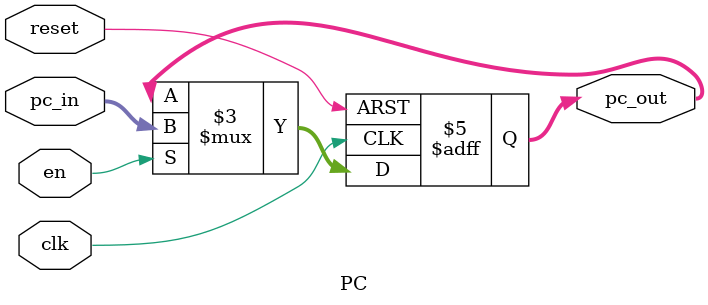
<source format=v>
`timescale 1ns / 1ps


module PC 
    (output reg [31:0] pc_out,
    input [31:0] pc_in,
    input en,
    input clk,reset
    );
    initial 
    begin
        pc_out=0;
    end
    
    always@(posedge clk,posedge reset)
    begin
        if(reset) pc_out<=0; //when reset equals 1
        // else if(pc_out==56) pc_out<=pc_out;
        else if(en) pc_out<=pc_in;
    end
endmodule

</source>
